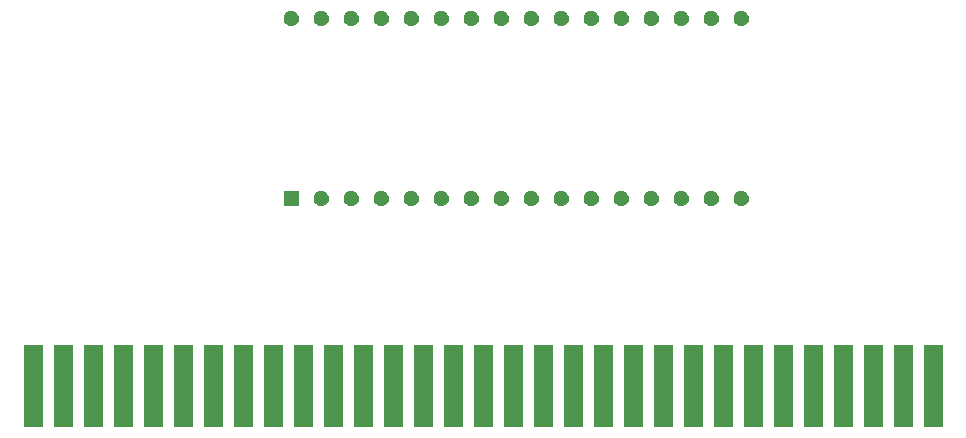
<source format=gbr>
G04 #@! TF.GenerationSoftware,KiCad,Pcbnew,(5.1.5)-3*
G04 #@! TF.CreationDate,2021-07-01T11:46:27+03:00*
G04 #@! TF.ProjectId,ISAMEM,4953414d-454d-42e6-9b69-6361645f7063,rev?*
G04 #@! TF.SameCoordinates,Original*
G04 #@! TF.FileFunction,Soldermask,Bot*
G04 #@! TF.FilePolarity,Negative*
%FSLAX46Y46*%
G04 Gerber Fmt 4.6, Leading zero omitted, Abs format (unit mm)*
G04 Created by KiCad (PCBNEW (5.1.5)-3) date 2021-07-01 11:46:27*
%MOMM*%
%LPD*%
G04 APERTURE LIST*
%ADD10C,0.100000*%
G04 APERTURE END LIST*
D10*
G36*
X247193000Y-138481000D02*
G01*
X245567000Y-138481000D01*
X245567000Y-131521000D01*
X247193000Y-131521000D01*
X247193000Y-138481000D01*
G37*
G36*
X209093000Y-138481000D02*
G01*
X207467000Y-138481000D01*
X207467000Y-131521000D01*
X209093000Y-131521000D01*
X209093000Y-138481000D01*
G37*
G36*
X170993000Y-138481000D02*
G01*
X169367000Y-138481000D01*
X169367000Y-131521000D01*
X170993000Y-131521000D01*
X170993000Y-138481000D01*
G37*
G36*
X173533000Y-138481000D02*
G01*
X171907000Y-138481000D01*
X171907000Y-131521000D01*
X173533000Y-131521000D01*
X173533000Y-138481000D01*
G37*
G36*
X176073000Y-138481000D02*
G01*
X174447000Y-138481000D01*
X174447000Y-131521000D01*
X176073000Y-131521000D01*
X176073000Y-138481000D01*
G37*
G36*
X178613000Y-138481000D02*
G01*
X176987000Y-138481000D01*
X176987000Y-131521000D01*
X178613000Y-131521000D01*
X178613000Y-138481000D01*
G37*
G36*
X181153000Y-138481000D02*
G01*
X179527000Y-138481000D01*
X179527000Y-131521000D01*
X181153000Y-131521000D01*
X181153000Y-138481000D01*
G37*
G36*
X183693000Y-138481000D02*
G01*
X182067000Y-138481000D01*
X182067000Y-131521000D01*
X183693000Y-131521000D01*
X183693000Y-138481000D01*
G37*
G36*
X186233000Y-138481000D02*
G01*
X184607000Y-138481000D01*
X184607000Y-131521000D01*
X186233000Y-131521000D01*
X186233000Y-138481000D01*
G37*
G36*
X188773000Y-138481000D02*
G01*
X187147000Y-138481000D01*
X187147000Y-131521000D01*
X188773000Y-131521000D01*
X188773000Y-138481000D01*
G37*
G36*
X191313000Y-138481000D02*
G01*
X189687000Y-138481000D01*
X189687000Y-131521000D01*
X191313000Y-131521000D01*
X191313000Y-138481000D01*
G37*
G36*
X193853000Y-138481000D02*
G01*
X192227000Y-138481000D01*
X192227000Y-131521000D01*
X193853000Y-131521000D01*
X193853000Y-138481000D01*
G37*
G36*
X196393000Y-138481000D02*
G01*
X194767000Y-138481000D01*
X194767000Y-131521000D01*
X196393000Y-131521000D01*
X196393000Y-138481000D01*
G37*
G36*
X198933000Y-138481000D02*
G01*
X197307000Y-138481000D01*
X197307000Y-131521000D01*
X198933000Y-131521000D01*
X198933000Y-138481000D01*
G37*
G36*
X201473000Y-138481000D02*
G01*
X199847000Y-138481000D01*
X199847000Y-131521000D01*
X201473000Y-131521000D01*
X201473000Y-138481000D01*
G37*
G36*
X204013000Y-138481000D02*
G01*
X202387000Y-138481000D01*
X202387000Y-131521000D01*
X204013000Y-131521000D01*
X204013000Y-138481000D01*
G37*
G36*
X211633000Y-138481000D02*
G01*
X210007000Y-138481000D01*
X210007000Y-131521000D01*
X211633000Y-131521000D01*
X211633000Y-138481000D01*
G37*
G36*
X244653000Y-138481000D02*
G01*
X243027000Y-138481000D01*
X243027000Y-131521000D01*
X244653000Y-131521000D01*
X244653000Y-138481000D01*
G37*
G36*
X242113000Y-138481000D02*
G01*
X240487000Y-138481000D01*
X240487000Y-131521000D01*
X242113000Y-131521000D01*
X242113000Y-138481000D01*
G37*
G36*
X239573000Y-138481000D02*
G01*
X237947000Y-138481000D01*
X237947000Y-131521000D01*
X239573000Y-131521000D01*
X239573000Y-138481000D01*
G37*
G36*
X237033000Y-138481000D02*
G01*
X235407000Y-138481000D01*
X235407000Y-131521000D01*
X237033000Y-131521000D01*
X237033000Y-138481000D01*
G37*
G36*
X234493000Y-138481000D02*
G01*
X232867000Y-138481000D01*
X232867000Y-131521000D01*
X234493000Y-131521000D01*
X234493000Y-138481000D01*
G37*
G36*
X231953000Y-138481000D02*
G01*
X230327000Y-138481000D01*
X230327000Y-131521000D01*
X231953000Y-131521000D01*
X231953000Y-138481000D01*
G37*
G36*
X229413000Y-138481000D02*
G01*
X227787000Y-138481000D01*
X227787000Y-131521000D01*
X229413000Y-131521000D01*
X229413000Y-138481000D01*
G37*
G36*
X226873000Y-138481000D02*
G01*
X225247000Y-138481000D01*
X225247000Y-131521000D01*
X226873000Y-131521000D01*
X226873000Y-138481000D01*
G37*
G36*
X224333000Y-138481000D02*
G01*
X222707000Y-138481000D01*
X222707000Y-131521000D01*
X224333000Y-131521000D01*
X224333000Y-138481000D01*
G37*
G36*
X221793000Y-138481000D02*
G01*
X220167000Y-138481000D01*
X220167000Y-131521000D01*
X221793000Y-131521000D01*
X221793000Y-138481000D01*
G37*
G36*
X219253000Y-138481000D02*
G01*
X217627000Y-138481000D01*
X217627000Y-131521000D01*
X219253000Y-131521000D01*
X219253000Y-138481000D01*
G37*
G36*
X216713000Y-138481000D02*
G01*
X215087000Y-138481000D01*
X215087000Y-131521000D01*
X216713000Y-131521000D01*
X216713000Y-138481000D01*
G37*
G36*
X214173000Y-138481000D02*
G01*
X212547000Y-138481000D01*
X212547000Y-131521000D01*
X214173000Y-131521000D01*
X214173000Y-138481000D01*
G37*
G36*
X206553000Y-138481000D02*
G01*
X204927000Y-138481000D01*
X204927000Y-131521000D01*
X206553000Y-131521000D01*
X206553000Y-138481000D01*
G37*
G36*
X227709443Y-118495355D02*
G01*
X227771556Y-118507710D01*
X227820026Y-118527787D01*
X227888574Y-118556180D01*
X227993888Y-118626549D01*
X228083451Y-118716112D01*
X228153820Y-118821426D01*
X228202290Y-118938445D01*
X228227000Y-119062669D01*
X228227000Y-119189331D01*
X228202290Y-119313555D01*
X228153820Y-119430574D01*
X228083451Y-119535888D01*
X227993888Y-119625451D01*
X227888574Y-119695820D01*
X227820026Y-119724213D01*
X227771556Y-119744290D01*
X227709443Y-119756645D01*
X227647331Y-119769000D01*
X227520669Y-119769000D01*
X227458557Y-119756645D01*
X227396444Y-119744290D01*
X227347974Y-119724213D01*
X227279426Y-119695820D01*
X227174112Y-119625451D01*
X227084549Y-119535888D01*
X227014180Y-119430574D01*
X226965710Y-119313555D01*
X226941000Y-119189331D01*
X226941000Y-119062669D01*
X226965710Y-118938445D01*
X227014180Y-118821426D01*
X227084549Y-118716112D01*
X227174112Y-118626549D01*
X227279426Y-118556180D01*
X227347974Y-118527787D01*
X227396444Y-118507710D01*
X227458557Y-118495355D01*
X227520669Y-118483000D01*
X227647331Y-118483000D01*
X227709443Y-118495355D01*
G37*
G36*
X230249443Y-118495355D02*
G01*
X230311556Y-118507710D01*
X230360026Y-118527787D01*
X230428574Y-118556180D01*
X230533888Y-118626549D01*
X230623451Y-118716112D01*
X230693820Y-118821426D01*
X230742290Y-118938445D01*
X230767000Y-119062669D01*
X230767000Y-119189331D01*
X230742290Y-119313555D01*
X230693820Y-119430574D01*
X230623451Y-119535888D01*
X230533888Y-119625451D01*
X230428574Y-119695820D01*
X230360026Y-119724213D01*
X230311556Y-119744290D01*
X230249443Y-119756645D01*
X230187331Y-119769000D01*
X230060669Y-119769000D01*
X229998557Y-119756645D01*
X229936444Y-119744290D01*
X229887974Y-119724213D01*
X229819426Y-119695820D01*
X229714112Y-119625451D01*
X229624549Y-119535888D01*
X229554180Y-119430574D01*
X229505710Y-119313555D01*
X229481000Y-119189331D01*
X229481000Y-119062669D01*
X229505710Y-118938445D01*
X229554180Y-118821426D01*
X229624549Y-118716112D01*
X229714112Y-118626549D01*
X229819426Y-118556180D01*
X229887974Y-118527787D01*
X229936444Y-118507710D01*
X229998557Y-118495355D01*
X230060669Y-118483000D01*
X230187331Y-118483000D01*
X230249443Y-118495355D01*
G37*
G36*
X192667000Y-119769000D02*
G01*
X191381000Y-119769000D01*
X191381000Y-118483000D01*
X192667000Y-118483000D01*
X192667000Y-119769000D01*
G37*
G36*
X194689443Y-118495355D02*
G01*
X194751556Y-118507710D01*
X194800026Y-118527787D01*
X194868574Y-118556180D01*
X194973888Y-118626549D01*
X195063451Y-118716112D01*
X195133820Y-118821426D01*
X195182290Y-118938445D01*
X195207000Y-119062669D01*
X195207000Y-119189331D01*
X195182290Y-119313555D01*
X195133820Y-119430574D01*
X195063451Y-119535888D01*
X194973888Y-119625451D01*
X194868574Y-119695820D01*
X194800026Y-119724213D01*
X194751556Y-119744290D01*
X194689443Y-119756645D01*
X194627331Y-119769000D01*
X194500669Y-119769000D01*
X194438557Y-119756645D01*
X194376444Y-119744290D01*
X194327974Y-119724213D01*
X194259426Y-119695820D01*
X194154112Y-119625451D01*
X194064549Y-119535888D01*
X193994180Y-119430574D01*
X193945710Y-119313555D01*
X193921000Y-119189331D01*
X193921000Y-119062669D01*
X193945710Y-118938445D01*
X193994180Y-118821426D01*
X194064549Y-118716112D01*
X194154112Y-118626549D01*
X194259426Y-118556180D01*
X194327974Y-118527787D01*
X194376444Y-118507710D01*
X194438557Y-118495355D01*
X194500669Y-118483000D01*
X194627331Y-118483000D01*
X194689443Y-118495355D01*
G37*
G36*
X197229443Y-118495355D02*
G01*
X197291556Y-118507710D01*
X197340026Y-118527787D01*
X197408574Y-118556180D01*
X197513888Y-118626549D01*
X197603451Y-118716112D01*
X197673820Y-118821426D01*
X197722290Y-118938445D01*
X197747000Y-119062669D01*
X197747000Y-119189331D01*
X197722290Y-119313555D01*
X197673820Y-119430574D01*
X197603451Y-119535888D01*
X197513888Y-119625451D01*
X197408574Y-119695820D01*
X197340026Y-119724213D01*
X197291556Y-119744290D01*
X197229443Y-119756645D01*
X197167331Y-119769000D01*
X197040669Y-119769000D01*
X196978557Y-119756645D01*
X196916444Y-119744290D01*
X196867974Y-119724213D01*
X196799426Y-119695820D01*
X196694112Y-119625451D01*
X196604549Y-119535888D01*
X196534180Y-119430574D01*
X196485710Y-119313555D01*
X196461000Y-119189331D01*
X196461000Y-119062669D01*
X196485710Y-118938445D01*
X196534180Y-118821426D01*
X196604549Y-118716112D01*
X196694112Y-118626549D01*
X196799426Y-118556180D01*
X196867974Y-118527787D01*
X196916444Y-118507710D01*
X196978557Y-118495355D01*
X197040669Y-118483000D01*
X197167331Y-118483000D01*
X197229443Y-118495355D01*
G37*
G36*
X199769443Y-118495355D02*
G01*
X199831556Y-118507710D01*
X199880026Y-118527787D01*
X199948574Y-118556180D01*
X200053888Y-118626549D01*
X200143451Y-118716112D01*
X200213820Y-118821426D01*
X200262290Y-118938445D01*
X200287000Y-119062669D01*
X200287000Y-119189331D01*
X200262290Y-119313555D01*
X200213820Y-119430574D01*
X200143451Y-119535888D01*
X200053888Y-119625451D01*
X199948574Y-119695820D01*
X199880026Y-119724213D01*
X199831556Y-119744290D01*
X199769443Y-119756645D01*
X199707331Y-119769000D01*
X199580669Y-119769000D01*
X199518557Y-119756645D01*
X199456444Y-119744290D01*
X199407974Y-119724213D01*
X199339426Y-119695820D01*
X199234112Y-119625451D01*
X199144549Y-119535888D01*
X199074180Y-119430574D01*
X199025710Y-119313555D01*
X199001000Y-119189331D01*
X199001000Y-119062669D01*
X199025710Y-118938445D01*
X199074180Y-118821426D01*
X199144549Y-118716112D01*
X199234112Y-118626549D01*
X199339426Y-118556180D01*
X199407974Y-118527787D01*
X199456444Y-118507710D01*
X199518557Y-118495355D01*
X199580669Y-118483000D01*
X199707331Y-118483000D01*
X199769443Y-118495355D01*
G37*
G36*
X202309443Y-118495355D02*
G01*
X202371556Y-118507710D01*
X202420026Y-118527787D01*
X202488574Y-118556180D01*
X202593888Y-118626549D01*
X202683451Y-118716112D01*
X202753820Y-118821426D01*
X202802290Y-118938445D01*
X202827000Y-119062669D01*
X202827000Y-119189331D01*
X202802290Y-119313555D01*
X202753820Y-119430574D01*
X202683451Y-119535888D01*
X202593888Y-119625451D01*
X202488574Y-119695820D01*
X202420026Y-119724213D01*
X202371556Y-119744290D01*
X202309443Y-119756645D01*
X202247331Y-119769000D01*
X202120669Y-119769000D01*
X202058557Y-119756645D01*
X201996444Y-119744290D01*
X201947974Y-119724213D01*
X201879426Y-119695820D01*
X201774112Y-119625451D01*
X201684549Y-119535888D01*
X201614180Y-119430574D01*
X201565710Y-119313555D01*
X201541000Y-119189331D01*
X201541000Y-119062669D01*
X201565710Y-118938445D01*
X201614180Y-118821426D01*
X201684549Y-118716112D01*
X201774112Y-118626549D01*
X201879426Y-118556180D01*
X201947974Y-118527787D01*
X201996444Y-118507710D01*
X202058557Y-118495355D01*
X202120669Y-118483000D01*
X202247331Y-118483000D01*
X202309443Y-118495355D01*
G37*
G36*
X204849443Y-118495355D02*
G01*
X204911556Y-118507710D01*
X204960026Y-118527787D01*
X205028574Y-118556180D01*
X205133888Y-118626549D01*
X205223451Y-118716112D01*
X205293820Y-118821426D01*
X205342290Y-118938445D01*
X205367000Y-119062669D01*
X205367000Y-119189331D01*
X205342290Y-119313555D01*
X205293820Y-119430574D01*
X205223451Y-119535888D01*
X205133888Y-119625451D01*
X205028574Y-119695820D01*
X204960026Y-119724213D01*
X204911556Y-119744290D01*
X204849443Y-119756645D01*
X204787331Y-119769000D01*
X204660669Y-119769000D01*
X204598557Y-119756645D01*
X204536444Y-119744290D01*
X204487974Y-119724213D01*
X204419426Y-119695820D01*
X204314112Y-119625451D01*
X204224549Y-119535888D01*
X204154180Y-119430574D01*
X204105710Y-119313555D01*
X204081000Y-119189331D01*
X204081000Y-119062669D01*
X204105710Y-118938445D01*
X204154180Y-118821426D01*
X204224549Y-118716112D01*
X204314112Y-118626549D01*
X204419426Y-118556180D01*
X204487974Y-118527787D01*
X204536444Y-118507710D01*
X204598557Y-118495355D01*
X204660669Y-118483000D01*
X204787331Y-118483000D01*
X204849443Y-118495355D01*
G37*
G36*
X209929443Y-118495355D02*
G01*
X209991556Y-118507710D01*
X210040026Y-118527787D01*
X210108574Y-118556180D01*
X210213888Y-118626549D01*
X210303451Y-118716112D01*
X210373820Y-118821426D01*
X210422290Y-118938445D01*
X210447000Y-119062669D01*
X210447000Y-119189331D01*
X210422290Y-119313555D01*
X210373820Y-119430574D01*
X210303451Y-119535888D01*
X210213888Y-119625451D01*
X210108574Y-119695820D01*
X210040026Y-119724213D01*
X209991556Y-119744290D01*
X209929443Y-119756645D01*
X209867331Y-119769000D01*
X209740669Y-119769000D01*
X209678557Y-119756645D01*
X209616444Y-119744290D01*
X209567974Y-119724213D01*
X209499426Y-119695820D01*
X209394112Y-119625451D01*
X209304549Y-119535888D01*
X209234180Y-119430574D01*
X209185710Y-119313555D01*
X209161000Y-119189331D01*
X209161000Y-119062669D01*
X209185710Y-118938445D01*
X209234180Y-118821426D01*
X209304549Y-118716112D01*
X209394112Y-118626549D01*
X209499426Y-118556180D01*
X209567974Y-118527787D01*
X209616444Y-118507710D01*
X209678557Y-118495355D01*
X209740669Y-118483000D01*
X209867331Y-118483000D01*
X209929443Y-118495355D01*
G37*
G36*
X212469443Y-118495355D02*
G01*
X212531556Y-118507710D01*
X212580026Y-118527787D01*
X212648574Y-118556180D01*
X212753888Y-118626549D01*
X212843451Y-118716112D01*
X212913820Y-118821426D01*
X212962290Y-118938445D01*
X212987000Y-119062669D01*
X212987000Y-119189331D01*
X212962290Y-119313555D01*
X212913820Y-119430574D01*
X212843451Y-119535888D01*
X212753888Y-119625451D01*
X212648574Y-119695820D01*
X212580026Y-119724213D01*
X212531556Y-119744290D01*
X212469443Y-119756645D01*
X212407331Y-119769000D01*
X212280669Y-119769000D01*
X212218557Y-119756645D01*
X212156444Y-119744290D01*
X212107974Y-119724213D01*
X212039426Y-119695820D01*
X211934112Y-119625451D01*
X211844549Y-119535888D01*
X211774180Y-119430574D01*
X211725710Y-119313555D01*
X211701000Y-119189331D01*
X211701000Y-119062669D01*
X211725710Y-118938445D01*
X211774180Y-118821426D01*
X211844549Y-118716112D01*
X211934112Y-118626549D01*
X212039426Y-118556180D01*
X212107974Y-118527787D01*
X212156444Y-118507710D01*
X212218557Y-118495355D01*
X212280669Y-118483000D01*
X212407331Y-118483000D01*
X212469443Y-118495355D01*
G37*
G36*
X215009443Y-118495355D02*
G01*
X215071556Y-118507710D01*
X215120026Y-118527787D01*
X215188574Y-118556180D01*
X215293888Y-118626549D01*
X215383451Y-118716112D01*
X215453820Y-118821426D01*
X215502290Y-118938445D01*
X215527000Y-119062669D01*
X215527000Y-119189331D01*
X215502290Y-119313555D01*
X215453820Y-119430574D01*
X215383451Y-119535888D01*
X215293888Y-119625451D01*
X215188574Y-119695820D01*
X215120026Y-119724213D01*
X215071556Y-119744290D01*
X215009443Y-119756645D01*
X214947331Y-119769000D01*
X214820669Y-119769000D01*
X214758557Y-119756645D01*
X214696444Y-119744290D01*
X214647974Y-119724213D01*
X214579426Y-119695820D01*
X214474112Y-119625451D01*
X214384549Y-119535888D01*
X214314180Y-119430574D01*
X214265710Y-119313555D01*
X214241000Y-119189331D01*
X214241000Y-119062669D01*
X214265710Y-118938445D01*
X214314180Y-118821426D01*
X214384549Y-118716112D01*
X214474112Y-118626549D01*
X214579426Y-118556180D01*
X214647974Y-118527787D01*
X214696444Y-118507710D01*
X214758557Y-118495355D01*
X214820669Y-118483000D01*
X214947331Y-118483000D01*
X215009443Y-118495355D01*
G37*
G36*
X217549443Y-118495355D02*
G01*
X217611556Y-118507710D01*
X217660026Y-118527787D01*
X217728574Y-118556180D01*
X217833888Y-118626549D01*
X217923451Y-118716112D01*
X217993820Y-118821426D01*
X218042290Y-118938445D01*
X218067000Y-119062669D01*
X218067000Y-119189331D01*
X218042290Y-119313555D01*
X217993820Y-119430574D01*
X217923451Y-119535888D01*
X217833888Y-119625451D01*
X217728574Y-119695820D01*
X217660026Y-119724213D01*
X217611556Y-119744290D01*
X217549443Y-119756645D01*
X217487331Y-119769000D01*
X217360669Y-119769000D01*
X217298557Y-119756645D01*
X217236444Y-119744290D01*
X217187974Y-119724213D01*
X217119426Y-119695820D01*
X217014112Y-119625451D01*
X216924549Y-119535888D01*
X216854180Y-119430574D01*
X216805710Y-119313555D01*
X216781000Y-119189331D01*
X216781000Y-119062669D01*
X216805710Y-118938445D01*
X216854180Y-118821426D01*
X216924549Y-118716112D01*
X217014112Y-118626549D01*
X217119426Y-118556180D01*
X217187974Y-118527787D01*
X217236444Y-118507710D01*
X217298557Y-118495355D01*
X217360669Y-118483000D01*
X217487331Y-118483000D01*
X217549443Y-118495355D01*
G37*
G36*
X220089443Y-118495355D02*
G01*
X220151556Y-118507710D01*
X220200026Y-118527787D01*
X220268574Y-118556180D01*
X220373888Y-118626549D01*
X220463451Y-118716112D01*
X220533820Y-118821426D01*
X220582290Y-118938445D01*
X220607000Y-119062669D01*
X220607000Y-119189331D01*
X220582290Y-119313555D01*
X220533820Y-119430574D01*
X220463451Y-119535888D01*
X220373888Y-119625451D01*
X220268574Y-119695820D01*
X220200026Y-119724213D01*
X220151556Y-119744290D01*
X220089443Y-119756645D01*
X220027331Y-119769000D01*
X219900669Y-119769000D01*
X219838557Y-119756645D01*
X219776444Y-119744290D01*
X219727974Y-119724213D01*
X219659426Y-119695820D01*
X219554112Y-119625451D01*
X219464549Y-119535888D01*
X219394180Y-119430574D01*
X219345710Y-119313555D01*
X219321000Y-119189331D01*
X219321000Y-119062669D01*
X219345710Y-118938445D01*
X219394180Y-118821426D01*
X219464549Y-118716112D01*
X219554112Y-118626549D01*
X219659426Y-118556180D01*
X219727974Y-118527787D01*
X219776444Y-118507710D01*
X219838557Y-118495355D01*
X219900669Y-118483000D01*
X220027331Y-118483000D01*
X220089443Y-118495355D01*
G37*
G36*
X222629443Y-118495355D02*
G01*
X222691556Y-118507710D01*
X222740026Y-118527787D01*
X222808574Y-118556180D01*
X222913888Y-118626549D01*
X223003451Y-118716112D01*
X223073820Y-118821426D01*
X223122290Y-118938445D01*
X223147000Y-119062669D01*
X223147000Y-119189331D01*
X223122290Y-119313555D01*
X223073820Y-119430574D01*
X223003451Y-119535888D01*
X222913888Y-119625451D01*
X222808574Y-119695820D01*
X222740026Y-119724213D01*
X222691556Y-119744290D01*
X222629443Y-119756645D01*
X222567331Y-119769000D01*
X222440669Y-119769000D01*
X222378557Y-119756645D01*
X222316444Y-119744290D01*
X222267974Y-119724213D01*
X222199426Y-119695820D01*
X222094112Y-119625451D01*
X222004549Y-119535888D01*
X221934180Y-119430574D01*
X221885710Y-119313555D01*
X221861000Y-119189331D01*
X221861000Y-119062669D01*
X221885710Y-118938445D01*
X221934180Y-118821426D01*
X222004549Y-118716112D01*
X222094112Y-118626549D01*
X222199426Y-118556180D01*
X222267974Y-118527787D01*
X222316444Y-118507710D01*
X222378557Y-118495355D01*
X222440669Y-118483000D01*
X222567331Y-118483000D01*
X222629443Y-118495355D01*
G37*
G36*
X225169443Y-118495355D02*
G01*
X225231556Y-118507710D01*
X225280026Y-118527787D01*
X225348574Y-118556180D01*
X225453888Y-118626549D01*
X225543451Y-118716112D01*
X225613820Y-118821426D01*
X225662290Y-118938445D01*
X225687000Y-119062669D01*
X225687000Y-119189331D01*
X225662290Y-119313555D01*
X225613820Y-119430574D01*
X225543451Y-119535888D01*
X225453888Y-119625451D01*
X225348574Y-119695820D01*
X225280026Y-119724213D01*
X225231556Y-119744290D01*
X225169443Y-119756645D01*
X225107331Y-119769000D01*
X224980669Y-119769000D01*
X224918557Y-119756645D01*
X224856444Y-119744290D01*
X224807974Y-119724213D01*
X224739426Y-119695820D01*
X224634112Y-119625451D01*
X224544549Y-119535888D01*
X224474180Y-119430574D01*
X224425710Y-119313555D01*
X224401000Y-119189331D01*
X224401000Y-119062669D01*
X224425710Y-118938445D01*
X224474180Y-118821426D01*
X224544549Y-118716112D01*
X224634112Y-118626549D01*
X224739426Y-118556180D01*
X224807974Y-118527787D01*
X224856444Y-118507710D01*
X224918557Y-118495355D01*
X224980669Y-118483000D01*
X225107331Y-118483000D01*
X225169443Y-118495355D01*
G37*
G36*
X207389443Y-118495355D02*
G01*
X207451556Y-118507710D01*
X207500026Y-118527787D01*
X207568574Y-118556180D01*
X207673888Y-118626549D01*
X207763451Y-118716112D01*
X207833820Y-118821426D01*
X207882290Y-118938445D01*
X207907000Y-119062669D01*
X207907000Y-119189331D01*
X207882290Y-119313555D01*
X207833820Y-119430574D01*
X207763451Y-119535888D01*
X207673888Y-119625451D01*
X207568574Y-119695820D01*
X207500026Y-119724213D01*
X207451556Y-119744290D01*
X207389443Y-119756645D01*
X207327331Y-119769000D01*
X207200669Y-119769000D01*
X207138557Y-119756645D01*
X207076444Y-119744290D01*
X207027974Y-119724213D01*
X206959426Y-119695820D01*
X206854112Y-119625451D01*
X206764549Y-119535888D01*
X206694180Y-119430574D01*
X206645710Y-119313555D01*
X206621000Y-119189331D01*
X206621000Y-119062669D01*
X206645710Y-118938445D01*
X206694180Y-118821426D01*
X206764549Y-118716112D01*
X206854112Y-118626549D01*
X206959426Y-118556180D01*
X207027974Y-118527787D01*
X207076444Y-118507710D01*
X207138557Y-118495355D01*
X207200669Y-118483000D01*
X207327331Y-118483000D01*
X207389443Y-118495355D01*
G37*
G36*
X192149443Y-103255355D02*
G01*
X192211556Y-103267710D01*
X192260026Y-103287787D01*
X192328574Y-103316180D01*
X192433888Y-103386549D01*
X192523451Y-103476112D01*
X192593820Y-103581426D01*
X192642290Y-103698445D01*
X192667000Y-103822669D01*
X192667000Y-103949331D01*
X192642290Y-104073555D01*
X192593820Y-104190574D01*
X192523451Y-104295888D01*
X192433888Y-104385451D01*
X192328574Y-104455820D01*
X192260026Y-104484213D01*
X192211556Y-104504290D01*
X192149443Y-104516645D01*
X192087331Y-104529000D01*
X191960669Y-104529000D01*
X191898557Y-104516645D01*
X191836444Y-104504290D01*
X191787974Y-104484213D01*
X191719426Y-104455820D01*
X191614112Y-104385451D01*
X191524549Y-104295888D01*
X191454180Y-104190574D01*
X191405710Y-104073555D01*
X191381000Y-103949331D01*
X191381000Y-103822669D01*
X191405710Y-103698445D01*
X191454180Y-103581426D01*
X191524549Y-103476112D01*
X191614112Y-103386549D01*
X191719426Y-103316180D01*
X191787974Y-103287787D01*
X191836444Y-103267710D01*
X191898557Y-103255355D01*
X191960669Y-103243000D01*
X192087331Y-103243000D01*
X192149443Y-103255355D01*
G37*
G36*
X194689443Y-103255355D02*
G01*
X194751556Y-103267710D01*
X194800026Y-103287787D01*
X194868574Y-103316180D01*
X194973888Y-103386549D01*
X195063451Y-103476112D01*
X195133820Y-103581426D01*
X195182290Y-103698445D01*
X195207000Y-103822669D01*
X195207000Y-103949331D01*
X195182290Y-104073555D01*
X195133820Y-104190574D01*
X195063451Y-104295888D01*
X194973888Y-104385451D01*
X194868574Y-104455820D01*
X194800026Y-104484213D01*
X194751556Y-104504290D01*
X194689443Y-104516645D01*
X194627331Y-104529000D01*
X194500669Y-104529000D01*
X194438557Y-104516645D01*
X194376444Y-104504290D01*
X194327974Y-104484213D01*
X194259426Y-104455820D01*
X194154112Y-104385451D01*
X194064549Y-104295888D01*
X193994180Y-104190574D01*
X193945710Y-104073555D01*
X193921000Y-103949331D01*
X193921000Y-103822669D01*
X193945710Y-103698445D01*
X193994180Y-103581426D01*
X194064549Y-103476112D01*
X194154112Y-103386549D01*
X194259426Y-103316180D01*
X194327974Y-103287787D01*
X194376444Y-103267710D01*
X194438557Y-103255355D01*
X194500669Y-103243000D01*
X194627331Y-103243000D01*
X194689443Y-103255355D01*
G37*
G36*
X197229443Y-103255355D02*
G01*
X197291556Y-103267710D01*
X197340026Y-103287787D01*
X197408574Y-103316180D01*
X197513888Y-103386549D01*
X197603451Y-103476112D01*
X197673820Y-103581426D01*
X197722290Y-103698445D01*
X197747000Y-103822669D01*
X197747000Y-103949331D01*
X197722290Y-104073555D01*
X197673820Y-104190574D01*
X197603451Y-104295888D01*
X197513888Y-104385451D01*
X197408574Y-104455820D01*
X197340026Y-104484213D01*
X197291556Y-104504290D01*
X197229443Y-104516645D01*
X197167331Y-104529000D01*
X197040669Y-104529000D01*
X196978557Y-104516645D01*
X196916444Y-104504290D01*
X196867974Y-104484213D01*
X196799426Y-104455820D01*
X196694112Y-104385451D01*
X196604549Y-104295888D01*
X196534180Y-104190574D01*
X196485710Y-104073555D01*
X196461000Y-103949331D01*
X196461000Y-103822669D01*
X196485710Y-103698445D01*
X196534180Y-103581426D01*
X196604549Y-103476112D01*
X196694112Y-103386549D01*
X196799426Y-103316180D01*
X196867974Y-103287787D01*
X196916444Y-103267710D01*
X196978557Y-103255355D01*
X197040669Y-103243000D01*
X197167331Y-103243000D01*
X197229443Y-103255355D01*
G37*
G36*
X199769443Y-103255355D02*
G01*
X199831556Y-103267710D01*
X199880026Y-103287787D01*
X199948574Y-103316180D01*
X200053888Y-103386549D01*
X200143451Y-103476112D01*
X200213820Y-103581426D01*
X200262290Y-103698445D01*
X200287000Y-103822669D01*
X200287000Y-103949331D01*
X200262290Y-104073555D01*
X200213820Y-104190574D01*
X200143451Y-104295888D01*
X200053888Y-104385451D01*
X199948574Y-104455820D01*
X199880026Y-104484213D01*
X199831556Y-104504290D01*
X199769443Y-104516645D01*
X199707331Y-104529000D01*
X199580669Y-104529000D01*
X199518557Y-104516645D01*
X199456444Y-104504290D01*
X199407974Y-104484213D01*
X199339426Y-104455820D01*
X199234112Y-104385451D01*
X199144549Y-104295888D01*
X199074180Y-104190574D01*
X199025710Y-104073555D01*
X199001000Y-103949331D01*
X199001000Y-103822669D01*
X199025710Y-103698445D01*
X199074180Y-103581426D01*
X199144549Y-103476112D01*
X199234112Y-103386549D01*
X199339426Y-103316180D01*
X199407974Y-103287787D01*
X199456444Y-103267710D01*
X199518557Y-103255355D01*
X199580669Y-103243000D01*
X199707331Y-103243000D01*
X199769443Y-103255355D01*
G37*
G36*
X204849443Y-103255355D02*
G01*
X204911556Y-103267710D01*
X204960026Y-103287787D01*
X205028574Y-103316180D01*
X205133888Y-103386549D01*
X205223451Y-103476112D01*
X205293820Y-103581426D01*
X205342290Y-103698445D01*
X205367000Y-103822669D01*
X205367000Y-103949331D01*
X205342290Y-104073555D01*
X205293820Y-104190574D01*
X205223451Y-104295888D01*
X205133888Y-104385451D01*
X205028574Y-104455820D01*
X204960026Y-104484213D01*
X204911556Y-104504290D01*
X204849443Y-104516645D01*
X204787331Y-104529000D01*
X204660669Y-104529000D01*
X204598557Y-104516645D01*
X204536444Y-104504290D01*
X204487974Y-104484213D01*
X204419426Y-104455820D01*
X204314112Y-104385451D01*
X204224549Y-104295888D01*
X204154180Y-104190574D01*
X204105710Y-104073555D01*
X204081000Y-103949331D01*
X204081000Y-103822669D01*
X204105710Y-103698445D01*
X204154180Y-103581426D01*
X204224549Y-103476112D01*
X204314112Y-103386549D01*
X204419426Y-103316180D01*
X204487974Y-103287787D01*
X204536444Y-103267710D01*
X204598557Y-103255355D01*
X204660669Y-103243000D01*
X204787331Y-103243000D01*
X204849443Y-103255355D01*
G37*
G36*
X209929443Y-103255355D02*
G01*
X209991556Y-103267710D01*
X210040026Y-103287787D01*
X210108574Y-103316180D01*
X210213888Y-103386549D01*
X210303451Y-103476112D01*
X210373820Y-103581426D01*
X210422290Y-103698445D01*
X210447000Y-103822669D01*
X210447000Y-103949331D01*
X210422290Y-104073555D01*
X210373820Y-104190574D01*
X210303451Y-104295888D01*
X210213888Y-104385451D01*
X210108574Y-104455820D01*
X210040026Y-104484213D01*
X209991556Y-104504290D01*
X209929443Y-104516645D01*
X209867331Y-104529000D01*
X209740669Y-104529000D01*
X209678557Y-104516645D01*
X209616444Y-104504290D01*
X209567974Y-104484213D01*
X209499426Y-104455820D01*
X209394112Y-104385451D01*
X209304549Y-104295888D01*
X209234180Y-104190574D01*
X209185710Y-104073555D01*
X209161000Y-103949331D01*
X209161000Y-103822669D01*
X209185710Y-103698445D01*
X209234180Y-103581426D01*
X209304549Y-103476112D01*
X209394112Y-103386549D01*
X209499426Y-103316180D01*
X209567974Y-103287787D01*
X209616444Y-103267710D01*
X209678557Y-103255355D01*
X209740669Y-103243000D01*
X209867331Y-103243000D01*
X209929443Y-103255355D01*
G37*
G36*
X202309443Y-103255355D02*
G01*
X202371556Y-103267710D01*
X202420026Y-103287787D01*
X202488574Y-103316180D01*
X202593888Y-103386549D01*
X202683451Y-103476112D01*
X202753820Y-103581426D01*
X202802290Y-103698445D01*
X202827000Y-103822669D01*
X202827000Y-103949331D01*
X202802290Y-104073555D01*
X202753820Y-104190574D01*
X202683451Y-104295888D01*
X202593888Y-104385451D01*
X202488574Y-104455820D01*
X202420026Y-104484213D01*
X202371556Y-104504290D01*
X202309443Y-104516645D01*
X202247331Y-104529000D01*
X202120669Y-104529000D01*
X202058557Y-104516645D01*
X201996444Y-104504290D01*
X201947974Y-104484213D01*
X201879426Y-104455820D01*
X201774112Y-104385451D01*
X201684549Y-104295888D01*
X201614180Y-104190574D01*
X201565710Y-104073555D01*
X201541000Y-103949331D01*
X201541000Y-103822669D01*
X201565710Y-103698445D01*
X201614180Y-103581426D01*
X201684549Y-103476112D01*
X201774112Y-103386549D01*
X201879426Y-103316180D01*
X201947974Y-103287787D01*
X201996444Y-103267710D01*
X202058557Y-103255355D01*
X202120669Y-103243000D01*
X202247331Y-103243000D01*
X202309443Y-103255355D01*
G37*
G36*
X212469443Y-103255355D02*
G01*
X212531556Y-103267710D01*
X212580026Y-103287787D01*
X212648574Y-103316180D01*
X212753888Y-103386549D01*
X212843451Y-103476112D01*
X212913820Y-103581426D01*
X212962290Y-103698445D01*
X212987000Y-103822669D01*
X212987000Y-103949331D01*
X212962290Y-104073555D01*
X212913820Y-104190574D01*
X212843451Y-104295888D01*
X212753888Y-104385451D01*
X212648574Y-104455820D01*
X212580026Y-104484213D01*
X212531556Y-104504290D01*
X212469443Y-104516645D01*
X212407331Y-104529000D01*
X212280669Y-104529000D01*
X212218557Y-104516645D01*
X212156444Y-104504290D01*
X212107974Y-104484213D01*
X212039426Y-104455820D01*
X211934112Y-104385451D01*
X211844549Y-104295888D01*
X211774180Y-104190574D01*
X211725710Y-104073555D01*
X211701000Y-103949331D01*
X211701000Y-103822669D01*
X211725710Y-103698445D01*
X211774180Y-103581426D01*
X211844549Y-103476112D01*
X211934112Y-103386549D01*
X212039426Y-103316180D01*
X212107974Y-103287787D01*
X212156444Y-103267710D01*
X212218557Y-103255355D01*
X212280669Y-103243000D01*
X212407331Y-103243000D01*
X212469443Y-103255355D01*
G37*
G36*
X215009443Y-103255355D02*
G01*
X215071556Y-103267710D01*
X215120026Y-103287787D01*
X215188574Y-103316180D01*
X215293888Y-103386549D01*
X215383451Y-103476112D01*
X215453820Y-103581426D01*
X215502290Y-103698445D01*
X215527000Y-103822669D01*
X215527000Y-103949331D01*
X215502290Y-104073555D01*
X215453820Y-104190574D01*
X215383451Y-104295888D01*
X215293888Y-104385451D01*
X215188574Y-104455820D01*
X215120026Y-104484213D01*
X215071556Y-104504290D01*
X215009443Y-104516645D01*
X214947331Y-104529000D01*
X214820669Y-104529000D01*
X214758557Y-104516645D01*
X214696444Y-104504290D01*
X214647974Y-104484213D01*
X214579426Y-104455820D01*
X214474112Y-104385451D01*
X214384549Y-104295888D01*
X214314180Y-104190574D01*
X214265710Y-104073555D01*
X214241000Y-103949331D01*
X214241000Y-103822669D01*
X214265710Y-103698445D01*
X214314180Y-103581426D01*
X214384549Y-103476112D01*
X214474112Y-103386549D01*
X214579426Y-103316180D01*
X214647974Y-103287787D01*
X214696444Y-103267710D01*
X214758557Y-103255355D01*
X214820669Y-103243000D01*
X214947331Y-103243000D01*
X215009443Y-103255355D01*
G37*
G36*
X217549443Y-103255355D02*
G01*
X217611556Y-103267710D01*
X217660026Y-103287787D01*
X217728574Y-103316180D01*
X217833888Y-103386549D01*
X217923451Y-103476112D01*
X217993820Y-103581426D01*
X218042290Y-103698445D01*
X218067000Y-103822669D01*
X218067000Y-103949331D01*
X218042290Y-104073555D01*
X217993820Y-104190574D01*
X217923451Y-104295888D01*
X217833888Y-104385451D01*
X217728574Y-104455820D01*
X217660026Y-104484213D01*
X217611556Y-104504290D01*
X217549443Y-104516645D01*
X217487331Y-104529000D01*
X217360669Y-104529000D01*
X217298557Y-104516645D01*
X217236444Y-104504290D01*
X217187974Y-104484213D01*
X217119426Y-104455820D01*
X217014112Y-104385451D01*
X216924549Y-104295888D01*
X216854180Y-104190574D01*
X216805710Y-104073555D01*
X216781000Y-103949331D01*
X216781000Y-103822669D01*
X216805710Y-103698445D01*
X216854180Y-103581426D01*
X216924549Y-103476112D01*
X217014112Y-103386549D01*
X217119426Y-103316180D01*
X217187974Y-103287787D01*
X217236444Y-103267710D01*
X217298557Y-103255355D01*
X217360669Y-103243000D01*
X217487331Y-103243000D01*
X217549443Y-103255355D01*
G37*
G36*
X220089443Y-103255355D02*
G01*
X220151556Y-103267710D01*
X220200026Y-103287787D01*
X220268574Y-103316180D01*
X220373888Y-103386549D01*
X220463451Y-103476112D01*
X220533820Y-103581426D01*
X220582290Y-103698445D01*
X220607000Y-103822669D01*
X220607000Y-103949331D01*
X220582290Y-104073555D01*
X220533820Y-104190574D01*
X220463451Y-104295888D01*
X220373888Y-104385451D01*
X220268574Y-104455820D01*
X220200026Y-104484213D01*
X220151556Y-104504290D01*
X220089443Y-104516645D01*
X220027331Y-104529000D01*
X219900669Y-104529000D01*
X219838557Y-104516645D01*
X219776444Y-104504290D01*
X219727974Y-104484213D01*
X219659426Y-104455820D01*
X219554112Y-104385451D01*
X219464549Y-104295888D01*
X219394180Y-104190574D01*
X219345710Y-104073555D01*
X219321000Y-103949331D01*
X219321000Y-103822669D01*
X219345710Y-103698445D01*
X219394180Y-103581426D01*
X219464549Y-103476112D01*
X219554112Y-103386549D01*
X219659426Y-103316180D01*
X219727974Y-103287787D01*
X219776444Y-103267710D01*
X219838557Y-103255355D01*
X219900669Y-103243000D01*
X220027331Y-103243000D01*
X220089443Y-103255355D01*
G37*
G36*
X222629443Y-103255355D02*
G01*
X222691556Y-103267710D01*
X222740026Y-103287787D01*
X222808574Y-103316180D01*
X222913888Y-103386549D01*
X223003451Y-103476112D01*
X223073820Y-103581426D01*
X223122290Y-103698445D01*
X223147000Y-103822669D01*
X223147000Y-103949331D01*
X223122290Y-104073555D01*
X223073820Y-104190574D01*
X223003451Y-104295888D01*
X222913888Y-104385451D01*
X222808574Y-104455820D01*
X222740026Y-104484213D01*
X222691556Y-104504290D01*
X222629443Y-104516645D01*
X222567331Y-104529000D01*
X222440669Y-104529000D01*
X222378557Y-104516645D01*
X222316444Y-104504290D01*
X222267974Y-104484213D01*
X222199426Y-104455820D01*
X222094112Y-104385451D01*
X222004549Y-104295888D01*
X221934180Y-104190574D01*
X221885710Y-104073555D01*
X221861000Y-103949331D01*
X221861000Y-103822669D01*
X221885710Y-103698445D01*
X221934180Y-103581426D01*
X222004549Y-103476112D01*
X222094112Y-103386549D01*
X222199426Y-103316180D01*
X222267974Y-103287787D01*
X222316444Y-103267710D01*
X222378557Y-103255355D01*
X222440669Y-103243000D01*
X222567331Y-103243000D01*
X222629443Y-103255355D01*
G37*
G36*
X225169443Y-103255355D02*
G01*
X225231556Y-103267710D01*
X225280026Y-103287787D01*
X225348574Y-103316180D01*
X225453888Y-103386549D01*
X225543451Y-103476112D01*
X225613820Y-103581426D01*
X225662290Y-103698445D01*
X225687000Y-103822669D01*
X225687000Y-103949331D01*
X225662290Y-104073555D01*
X225613820Y-104190574D01*
X225543451Y-104295888D01*
X225453888Y-104385451D01*
X225348574Y-104455820D01*
X225280026Y-104484213D01*
X225231556Y-104504290D01*
X225169443Y-104516645D01*
X225107331Y-104529000D01*
X224980669Y-104529000D01*
X224918557Y-104516645D01*
X224856444Y-104504290D01*
X224807974Y-104484213D01*
X224739426Y-104455820D01*
X224634112Y-104385451D01*
X224544549Y-104295888D01*
X224474180Y-104190574D01*
X224425710Y-104073555D01*
X224401000Y-103949331D01*
X224401000Y-103822669D01*
X224425710Y-103698445D01*
X224474180Y-103581426D01*
X224544549Y-103476112D01*
X224634112Y-103386549D01*
X224739426Y-103316180D01*
X224807974Y-103287787D01*
X224856444Y-103267710D01*
X224918557Y-103255355D01*
X224980669Y-103243000D01*
X225107331Y-103243000D01*
X225169443Y-103255355D01*
G37*
G36*
X227709443Y-103255355D02*
G01*
X227771556Y-103267710D01*
X227820026Y-103287787D01*
X227888574Y-103316180D01*
X227993888Y-103386549D01*
X228083451Y-103476112D01*
X228153820Y-103581426D01*
X228202290Y-103698445D01*
X228227000Y-103822669D01*
X228227000Y-103949331D01*
X228202290Y-104073555D01*
X228153820Y-104190574D01*
X228083451Y-104295888D01*
X227993888Y-104385451D01*
X227888574Y-104455820D01*
X227820026Y-104484213D01*
X227771556Y-104504290D01*
X227709443Y-104516645D01*
X227647331Y-104529000D01*
X227520669Y-104529000D01*
X227458557Y-104516645D01*
X227396444Y-104504290D01*
X227347974Y-104484213D01*
X227279426Y-104455820D01*
X227174112Y-104385451D01*
X227084549Y-104295888D01*
X227014180Y-104190574D01*
X226965710Y-104073555D01*
X226941000Y-103949331D01*
X226941000Y-103822669D01*
X226965710Y-103698445D01*
X227014180Y-103581426D01*
X227084549Y-103476112D01*
X227174112Y-103386549D01*
X227279426Y-103316180D01*
X227347974Y-103287787D01*
X227396444Y-103267710D01*
X227458557Y-103255355D01*
X227520669Y-103243000D01*
X227647331Y-103243000D01*
X227709443Y-103255355D01*
G37*
G36*
X230249443Y-103255355D02*
G01*
X230311556Y-103267710D01*
X230360026Y-103287787D01*
X230428574Y-103316180D01*
X230533888Y-103386549D01*
X230623451Y-103476112D01*
X230693820Y-103581426D01*
X230742290Y-103698445D01*
X230767000Y-103822669D01*
X230767000Y-103949331D01*
X230742290Y-104073555D01*
X230693820Y-104190574D01*
X230623451Y-104295888D01*
X230533888Y-104385451D01*
X230428574Y-104455820D01*
X230360026Y-104484213D01*
X230311556Y-104504290D01*
X230249443Y-104516645D01*
X230187331Y-104529000D01*
X230060669Y-104529000D01*
X229998557Y-104516645D01*
X229936444Y-104504290D01*
X229887974Y-104484213D01*
X229819426Y-104455820D01*
X229714112Y-104385451D01*
X229624549Y-104295888D01*
X229554180Y-104190574D01*
X229505710Y-104073555D01*
X229481000Y-103949331D01*
X229481000Y-103822669D01*
X229505710Y-103698445D01*
X229554180Y-103581426D01*
X229624549Y-103476112D01*
X229714112Y-103386549D01*
X229819426Y-103316180D01*
X229887974Y-103287787D01*
X229936444Y-103267710D01*
X229998557Y-103255355D01*
X230060669Y-103243000D01*
X230187331Y-103243000D01*
X230249443Y-103255355D01*
G37*
G36*
X207389443Y-103255355D02*
G01*
X207451556Y-103267710D01*
X207500026Y-103287787D01*
X207568574Y-103316180D01*
X207673888Y-103386549D01*
X207763451Y-103476112D01*
X207833820Y-103581426D01*
X207882290Y-103698445D01*
X207907000Y-103822669D01*
X207907000Y-103949331D01*
X207882290Y-104073555D01*
X207833820Y-104190574D01*
X207763451Y-104295888D01*
X207673888Y-104385451D01*
X207568574Y-104455820D01*
X207500026Y-104484213D01*
X207451556Y-104504290D01*
X207389443Y-104516645D01*
X207327331Y-104529000D01*
X207200669Y-104529000D01*
X207138557Y-104516645D01*
X207076444Y-104504290D01*
X207027974Y-104484213D01*
X206959426Y-104455820D01*
X206854112Y-104385451D01*
X206764549Y-104295888D01*
X206694180Y-104190574D01*
X206645710Y-104073555D01*
X206621000Y-103949331D01*
X206621000Y-103822669D01*
X206645710Y-103698445D01*
X206694180Y-103581426D01*
X206764549Y-103476112D01*
X206854112Y-103386549D01*
X206959426Y-103316180D01*
X207027974Y-103287787D01*
X207076444Y-103267710D01*
X207138557Y-103255355D01*
X207200669Y-103243000D01*
X207327331Y-103243000D01*
X207389443Y-103255355D01*
G37*
M02*

</source>
